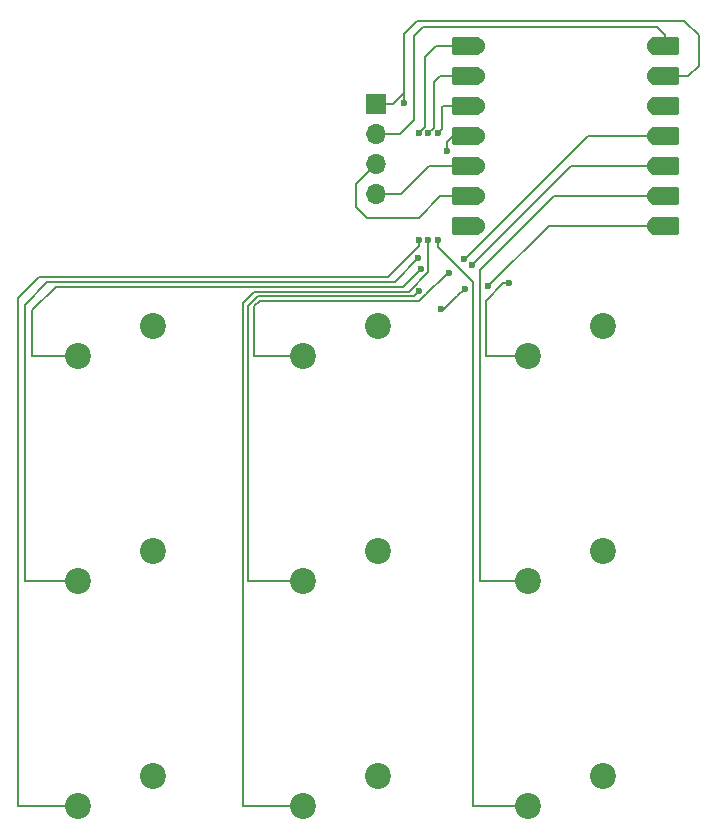
<source format=gbr>
%TF.GenerationSoftware,KiCad,Pcbnew,9.0.2*%
%TF.CreationDate,2025-06-15T18:17:55+08:00*%
%TF.ProjectId,osuPad,6f737550-6164-42e6-9b69-6361645f7063,rev?*%
%TF.SameCoordinates,Original*%
%TF.FileFunction,Copper,L1,Top*%
%TF.FilePolarity,Positive*%
%FSLAX46Y46*%
G04 Gerber Fmt 4.6, Leading zero omitted, Abs format (unit mm)*
G04 Created by KiCad (PCBNEW 9.0.2) date 2025-06-15 18:17:55*
%MOMM*%
%LPD*%
G01*
G04 APERTURE LIST*
G04 Aperture macros list*
%AMRoundRect*
0 Rectangle with rounded corners*
0 $1 Rounding radius*
0 $2 $3 $4 $5 $6 $7 $8 $9 X,Y pos of 4 corners*
0 Add a 4 corners polygon primitive as box body*
4,1,4,$2,$3,$4,$5,$6,$7,$8,$9,$2,$3,0*
0 Add four circle primitives for the rounded corners*
1,1,$1+$1,$2,$3*
1,1,$1+$1,$4,$5*
1,1,$1+$1,$6,$7*
1,1,$1+$1,$8,$9*
0 Add four rect primitives between the rounded corners*
20,1,$1+$1,$2,$3,$4,$5,0*
20,1,$1+$1,$4,$5,$6,$7,0*
20,1,$1+$1,$6,$7,$8,$9,0*
20,1,$1+$1,$8,$9,$2,$3,0*%
G04 Aperture macros list end*
%TA.AperFunction,ComponentPad*%
%ADD10C,2.200000*%
%TD*%
%TA.AperFunction,ComponentPad*%
%ADD11R,1.700000X1.700000*%
%TD*%
%TA.AperFunction,ComponentPad*%
%ADD12O,1.700000X1.700000*%
%TD*%
%TA.AperFunction,SMDPad,CuDef*%
%ADD13RoundRect,0.152400X1.063600X0.609600X-1.063600X0.609600X-1.063600X-0.609600X1.063600X-0.609600X0*%
%TD*%
%TA.AperFunction,ComponentPad*%
%ADD14C,1.524000*%
%TD*%
%TA.AperFunction,SMDPad,CuDef*%
%ADD15RoundRect,0.152400X-1.063600X-0.609600X1.063600X-0.609600X1.063600X0.609600X-1.063600X0.609600X0*%
%TD*%
%TA.AperFunction,ViaPad*%
%ADD16C,0.600000*%
%TD*%
%TA.AperFunction,Conductor*%
%ADD17C,0.200000*%
%TD*%
G04 APERTURE END LIST*
D10*
%TO.P,SW4,1,1*%
%TO.N,GND*%
X117240000Y-105670000D03*
%TO.P,SW4,2,2*%
%TO.N,Net-(U1-GPIO29{slash}ADC3{slash}A3)*%
X110890000Y-108210000D03*
%TD*%
%TO.P,SW5,1,1*%
%TO.N,GND*%
X136290000Y-105670000D03*
%TO.P,SW5,2,2*%
%TO.N,Net-(U1-GPIO1{slash}RX)*%
X129940000Y-108210000D03*
%TD*%
%TO.P,SW6,1,1*%
%TO.N,GND*%
X155340000Y-105670000D03*
%TO.P,SW6,2,2*%
%TO.N,Net-(U1-GPIO2{slash}SCK)*%
X148990000Y-108210000D03*
%TD*%
D11*
%TO.P,Brd1,1,GND*%
%TO.N,GND*%
X136131250Y-67848750D03*
D12*
%TO.P,Brd1,2,VCC*%
%TO.N,+5V*%
X136131250Y-70388750D03*
%TO.P,Brd1,3,SCL*%
%TO.N,Net-(Brd1-SCL)*%
X136131250Y-72928750D03*
%TO.P,Brd1,4,SDA*%
%TO.N,Net-(Brd1-SDA)*%
X136131250Y-75468750D03*
%TD*%
D10*
%TO.P,SW9,1,1*%
%TO.N,GND*%
X155340000Y-86620000D03*
%TO.P,SW9,2,2*%
%TO.N,Net-(U1-GPIO0{slash}TX)*%
X148990000Y-89160000D03*
%TD*%
%TO.P,SW1,1,1*%
%TO.N,GND*%
X117240000Y-124720000D03*
%TO.P,SW1,2,2*%
%TO.N,Net-(U1-GPIO26{slash}ADC0{slash}A0)*%
X110890000Y-127260000D03*
%TD*%
%TO.P,SW8,1,1*%
%TO.N,GND*%
X136290000Y-86620000D03*
%TO.P,SW8,2,2*%
%TO.N,Net-(U1-GPIO3{slash}MOSI)*%
X129940000Y-89160000D03*
%TD*%
%TO.P,SW7,1,1*%
%TO.N,GND*%
X117240000Y-86620000D03*
%TO.P,SW7,2,2*%
%TO.N,Net-(U1-GPIO4{slash}MISO)*%
X110890000Y-89160000D03*
%TD*%
%TO.P,SW3,1,1*%
%TO.N,GND*%
X155340000Y-124720000D03*
%TO.P,SW3,2,2*%
%TO.N,Net-(U1-GPIO28{slash}ADC2{slash}A2)*%
X148990000Y-127260000D03*
%TD*%
D13*
%TO.P,U1,1,GPIO26/ADC0/A0*%
%TO.N,Net-(U1-GPIO26{slash}ADC0{slash}A0)*%
X143721250Y-62928750D03*
D14*
X144556250Y-62928750D03*
D13*
%TO.P,U1,2,GPIO27/ADC1/A1*%
%TO.N,Net-(U1-GPIO27{slash}ADC1{slash}A1)*%
X143721250Y-65468750D03*
D14*
X144556250Y-65468750D03*
D13*
%TO.P,U1,3,GPIO28/ADC2/A2*%
%TO.N,Net-(U1-GPIO28{slash}ADC2{slash}A2)*%
X143721250Y-68008750D03*
D14*
X144556250Y-68008750D03*
D13*
%TO.P,U1,4,GPIO29/ADC3/A3*%
%TO.N,Net-(U1-GPIO29{slash}ADC3{slash}A3)*%
X143721250Y-70548750D03*
D14*
X144556250Y-70548750D03*
D13*
%TO.P,U1,5,GPIO6/SDA*%
%TO.N,Net-(Brd1-SDA)*%
X143721250Y-73088750D03*
D14*
X144556250Y-73088750D03*
D13*
%TO.P,U1,6,GPIO7/SCL*%
%TO.N,Net-(Brd1-SCL)*%
X143721250Y-75628750D03*
D14*
X144556250Y-75628750D03*
D13*
%TO.P,U1,7,GPIO0/TX*%
%TO.N,Net-(U1-GPIO0{slash}TX)*%
X143721250Y-78168750D03*
D14*
X144556250Y-78168750D03*
%TO.P,U1,8,GPIO1/RX*%
%TO.N,Net-(U1-GPIO1{slash}RX)*%
X159796250Y-78168750D03*
D15*
X160631250Y-78168750D03*
D14*
%TO.P,U1,9,GPIO2/SCK*%
%TO.N,Net-(U1-GPIO2{slash}SCK)*%
X159796250Y-75628750D03*
D15*
X160631250Y-75628750D03*
D14*
%TO.P,U1,10,GPIO4/MISO*%
%TO.N,Net-(U1-GPIO4{slash}MISO)*%
X159796250Y-73088750D03*
D15*
X160631250Y-73088750D03*
D14*
%TO.P,U1,11,GPIO3/MOSI*%
%TO.N,Net-(U1-GPIO3{slash}MOSI)*%
X159796250Y-70548750D03*
D15*
X160631250Y-70548750D03*
D14*
%TO.P,U1,12,3V3*%
%TO.N,unconnected-(U1-3V3-Pad12)*%
X159796250Y-68008750D03*
D15*
X160631250Y-68008750D03*
D14*
%TO.P,U1,13,GND*%
%TO.N,GND*%
X159796250Y-65468750D03*
D15*
X160631250Y-65468750D03*
D14*
%TO.P,U1,14,VBUS*%
%TO.N,+5V*%
X159796250Y-62928750D03*
D15*
X160631250Y-62928750D03*
%TD*%
D10*
%TO.P,SW2,1,1*%
%TO.N,GND*%
X136290000Y-124720000D03*
%TO.P,SW2,2,2*%
%TO.N,Net-(U1-GPIO27{slash}ADC1{slash}A1)*%
X129940000Y-127260000D03*
%TD*%
D16*
%TO.N,GND*%
X138531250Y-67768750D03*
%TO.N,Net-(U1-GPIO26{slash}ADC0{slash}A0)*%
X139731250Y-70268750D03*
X139731250Y-79368750D03*
%TO.N,Net-(U1-GPIO27{slash}ADC1{slash}A1)*%
X140531250Y-79368750D03*
X140552616Y-70295914D03*
%TO.N,Net-(U1-GPIO28{slash}ADC2{slash}A2)*%
X141331253Y-79368750D03*
X141390585Y-70306474D03*
%TO.N,Net-(U1-GPIO29{slash}ADC3{slash}A3)*%
X139700000Y-80900000D03*
X142131250Y-71768750D03*
%TO.N,Net-(U1-GPIO1{slash}RX)*%
X139775735Y-83675735D03*
X143631250Y-83468750D03*
X145631250Y-83268750D03*
X141606985Y-85193015D03*
%TO.N,Net-(U1-GPIO4{slash}MISO)*%
X139931250Y-81768750D03*
X144255947Y-81468508D03*
%TO.N,Net-(U1-GPIO3{slash}MOSI)*%
X142331250Y-82168750D03*
X143531250Y-80968750D03*
%TO.N,Net-(U1-GPIO0{slash}TX)*%
X147400000Y-83000000D03*
%TD*%
D17*
%TO.N,Net-(Brd1-SDA)*%
X138231250Y-75468750D02*
X140611250Y-73088750D01*
X140611250Y-73088750D02*
X143721250Y-73088750D01*
X136131250Y-75468750D02*
X138231250Y-75468750D01*
%TO.N,+5V*%
X159931250Y-61268750D02*
X140131250Y-61268750D01*
X139331250Y-69168750D02*
X138111250Y-70388750D01*
X139331250Y-62068750D02*
X139331250Y-69168750D01*
X160631250Y-62928750D02*
X160631250Y-61968750D01*
X138111250Y-70388750D02*
X136131250Y-70388750D01*
X140131250Y-61268750D02*
X139331250Y-62068750D01*
X160631250Y-61968750D02*
X159931250Y-61268750D01*
%TO.N,GND*%
X162231250Y-60768750D02*
X139631250Y-60768750D01*
X138531250Y-66868750D02*
X138531250Y-67768750D01*
X137551250Y-67848750D02*
X136131250Y-67848750D01*
X139631250Y-60768750D02*
X138531250Y-61868750D01*
X138531250Y-61868750D02*
X138531250Y-66868750D01*
X163431250Y-64568750D02*
X163431250Y-61968750D01*
X160631250Y-65468750D02*
X162531250Y-65468750D01*
X162531250Y-65468750D02*
X163431250Y-64568750D01*
X163431250Y-61968750D02*
X162231250Y-60768750D01*
X138531250Y-66868750D02*
X137551250Y-67848750D01*
%TO.N,Net-(Brd1-SCL)*%
X134431250Y-74628750D02*
X134431250Y-76568750D01*
X136131250Y-72928750D02*
X134431250Y-74628750D01*
X139731250Y-77468750D02*
X141571250Y-75628750D01*
X135331250Y-77468750D02*
X139731250Y-77468750D01*
X134431250Y-76568750D02*
X135331250Y-77468750D01*
X141571250Y-75628750D02*
X143721250Y-75628750D01*
%TO.N,Net-(U1-GPIO26{slash}ADC0{slash}A0)*%
X107600000Y-82500000D02*
X105831250Y-84268750D01*
X139731250Y-79368750D02*
X139731250Y-79868750D01*
X139731250Y-79868750D02*
X137100000Y-82500000D01*
X105831250Y-127260000D02*
X110890000Y-127260000D01*
X139731250Y-70268750D02*
X140231250Y-69768750D01*
X141171250Y-62928750D02*
X143721250Y-62928750D01*
X137100000Y-82500000D02*
X107600000Y-82500000D01*
X140231250Y-63868750D02*
X141171250Y-62928750D01*
X105831250Y-84268750D02*
X105831250Y-127260000D01*
X140231250Y-69768750D02*
X140231250Y-63868750D01*
%TO.N,Net-(U1-GPIO27{slash}ADC1{slash}A1)*%
X141531250Y-65468750D02*
X144556250Y-65468750D01*
X138900000Y-83700000D02*
X125800000Y-83700000D01*
X140531250Y-82068750D02*
X138900000Y-83700000D01*
X125800000Y-83700000D02*
X124831250Y-84668750D01*
X124831250Y-127260000D02*
X129940000Y-127260000D01*
X124831250Y-84668750D02*
X124831250Y-127260000D01*
X141031250Y-69817280D02*
X141031250Y-65968750D01*
X141031250Y-65968750D02*
X141531250Y-65468750D01*
X140531250Y-79368750D02*
X140531250Y-82068750D01*
X140552616Y-70295914D02*
X141031250Y-69817280D01*
%TO.N,Net-(U1-GPIO28{slash}ADC2{slash}A2)*%
X141390585Y-70306474D02*
X141731250Y-69965809D01*
X141791250Y-68008750D02*
X143721250Y-68008750D01*
X141331253Y-79900003D02*
X144331250Y-82900000D01*
X141731250Y-68068750D02*
X141791250Y-68008750D01*
X144331250Y-82900000D02*
X144331250Y-127260000D01*
X144331250Y-127260000D02*
X148990000Y-127260000D01*
X141731250Y-69965809D02*
X141731250Y-68068750D01*
X141331253Y-79368750D02*
X141331253Y-79900003D01*
%TO.N,Net-(U1-GPIO29{slash}ADC3{slash}A3)*%
X106400000Y-84800000D02*
X106400000Y-108210000D01*
X137700000Y-82900000D02*
X108300000Y-82900000D01*
X142131250Y-71068750D02*
X142131250Y-71768750D01*
X106400000Y-108210000D02*
X110890000Y-108210000D01*
X142651250Y-70548750D02*
X142131250Y-71068750D01*
X144556250Y-70548750D02*
X142651250Y-70548750D01*
X139700000Y-80900000D02*
X137700000Y-82900000D01*
X108300000Y-82900000D02*
X106400000Y-84800000D01*
%TO.N,Net-(U1-GPIO1{slash}RX)*%
X141906985Y-85193015D02*
X141606985Y-85193015D01*
X160631250Y-78168750D02*
X150731250Y-78168750D01*
X139775735Y-83675735D02*
X139351470Y-84100000D01*
X125300000Y-84900000D02*
X125300000Y-108210000D01*
X126100000Y-84100000D02*
X125300000Y-84900000D01*
X139351470Y-84100000D02*
X126100000Y-84100000D01*
X125300000Y-108210000D02*
X129940000Y-108210000D01*
X143000000Y-84100000D02*
X141906985Y-85193015D01*
X150731250Y-78168750D02*
X145631250Y-83268750D01*
X143631250Y-83468750D02*
X143000000Y-84100000D01*
%TO.N,Net-(U1-GPIO2{slash}SCK)*%
X151171250Y-75628750D02*
X144900000Y-81900000D01*
X144900000Y-108210000D02*
X148990000Y-108210000D01*
X144900000Y-81900000D02*
X144900000Y-108210000D01*
X159796250Y-75628750D02*
X151171250Y-75628750D01*
%TO.N,Net-(U1-GPIO4{slash}MISO)*%
X159796250Y-73088750D02*
X152635705Y-73088750D01*
X138400000Y-83300000D02*
X109000000Y-83300000D01*
X107000000Y-89160000D02*
X110890000Y-89160000D01*
X152635705Y-73088750D02*
X144255947Y-81468508D01*
X109000000Y-83300000D02*
X107000000Y-85300000D01*
X139931250Y-81768750D02*
X138400000Y-83300000D01*
X107000000Y-85300000D02*
X107000000Y-89160000D01*
%TO.N,Net-(U1-GPIO3{slash}MOSI)*%
X126266100Y-84501000D02*
X125800000Y-84967100D01*
X154051250Y-70548750D02*
X159796250Y-70548750D01*
X142231250Y-82268750D02*
X142031250Y-82268750D01*
X139800000Y-84500000D02*
X139518570Y-84500000D01*
X139517570Y-84501000D02*
X126266100Y-84501000D01*
X140376735Y-83924678D02*
X140024678Y-84276735D01*
X143531250Y-80968750D02*
X143631250Y-80968750D01*
X125800000Y-89160000D02*
X129940000Y-89160000D01*
X143631250Y-80968750D02*
X154051250Y-70548750D01*
X139518570Y-84500000D02*
X139517570Y-84501000D01*
X125800000Y-84967100D02*
X125800000Y-89160000D01*
X142331250Y-82168750D02*
X142231250Y-82268750D01*
X140023265Y-84276735D02*
X139800000Y-84500000D01*
X142031250Y-82268750D02*
X140376735Y-83923265D01*
X140024678Y-84276735D02*
X140023265Y-84276735D01*
X140376735Y-83923265D02*
X140376735Y-83924678D01*
%TO.N,Net-(U1-GPIO0{slash}TX)*%
X146900000Y-83000000D02*
X147400000Y-83000000D01*
X148990000Y-89160000D02*
X145400000Y-89160000D01*
X145400000Y-89160000D02*
X145400000Y-84500000D01*
X145400000Y-84500000D02*
X146900000Y-83000000D01*
%TD*%
M02*

</source>
